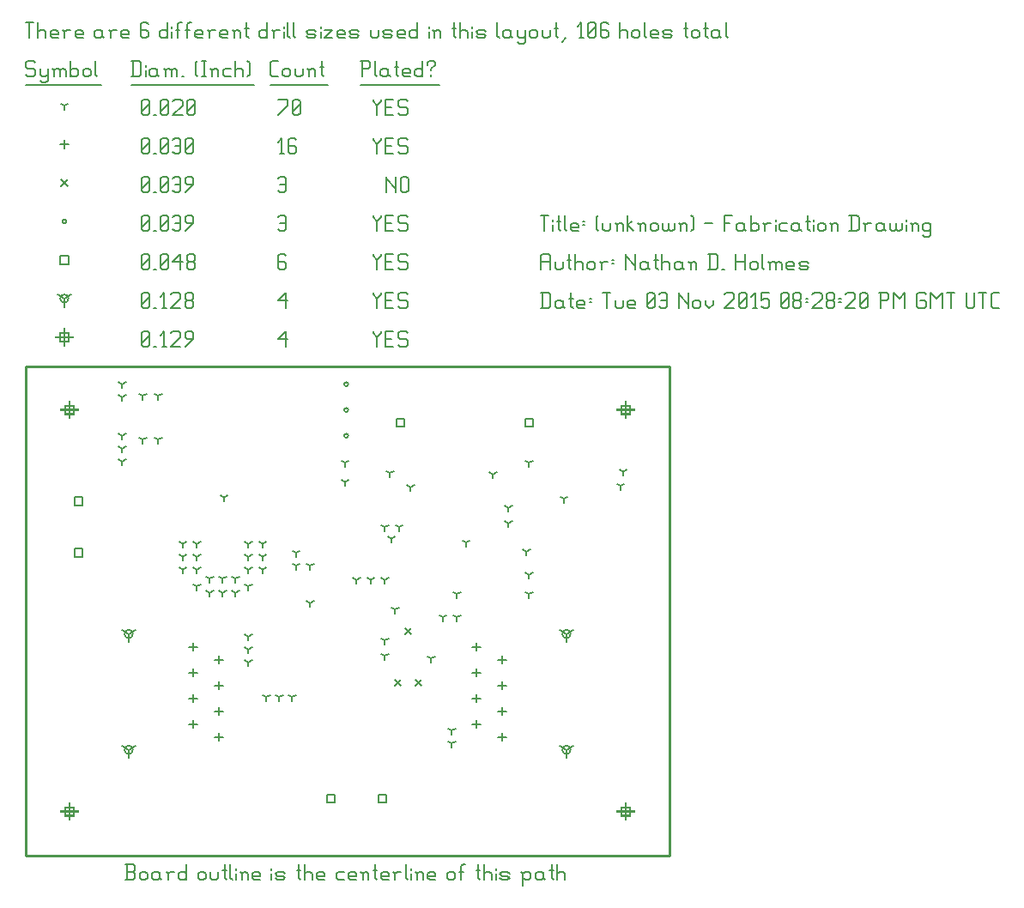
<source format=gbr>
G04 start of page 13 for group -3984 idx -3984 *
G04 Title: (unknown), fab *
G04 Creator: pcb 20140316 *
G04 CreationDate: Tue 03 Nov 2015 08:28:20 PM GMT UTC *
G04 For: ndholmes *
G04 Format: Gerber/RS-274X *
G04 PCB-Dimensions (mil): 2500.00 1900.00 *
G04 PCB-Coordinate-Origin: lower left *
%MOIN*%
%FSLAX25Y25*%
%LNFAB*%
%ADD104C,0.0100*%
%ADD103C,0.0060*%
%ADD102R,0.0080X0.0080*%
G54D102*X17000Y176200D02*Y169800D01*
X13800Y173000D02*X20200D01*
X15400Y174600D02*X18600D01*
X15400D02*Y171400D01*
X18600D01*
Y174600D02*Y171400D01*
X233000Y176200D02*Y169800D01*
X229800Y173000D02*X236200D01*
X231400Y174600D02*X234600D01*
X231400D02*Y171400D01*
X234600D01*
Y174600D02*Y171400D01*
X233000Y20200D02*Y13800D01*
X229800Y17000D02*X236200D01*
X231400Y18600D02*X234600D01*
X231400D02*Y15400D01*
X234600D01*
Y18600D02*Y15400D01*
X17000Y20200D02*Y13800D01*
X13800Y17000D02*X20200D01*
X15400Y18600D02*X18600D01*
X15400D02*Y15400D01*
X18600D01*
Y18600D02*Y15400D01*
X15000Y204450D02*Y198050D01*
X11800Y201250D02*X18200D01*
X13400Y202850D02*X16600D01*
X13400D02*Y199650D01*
X16600D01*
Y202850D02*Y199650D01*
G54D103*X135000Y203500D02*Y202750D01*
X136500Y201250D01*
X138000Y202750D01*
Y203500D02*Y202750D01*
X136500Y201250D02*Y197500D01*
X139800Y200500D02*X142050D01*
X139800Y197500D02*X142800D01*
X139800Y203500D02*Y197500D01*
Y203500D02*X142800D01*
X147600D02*X148350Y202750D01*
X145350Y203500D02*X147600D01*
X144600Y202750D02*X145350Y203500D01*
X144600Y202750D02*Y201250D01*
X145350Y200500D01*
X147600D01*
X148350Y199750D01*
Y198250D01*
X147600Y197500D02*X148350Y198250D01*
X145350Y197500D02*X147600D01*
X144600Y198250D02*X145350Y197500D01*
X98000Y200500D02*X101000Y203500D01*
X98000Y200500D02*X101750D01*
X101000Y203500D02*Y197500D01*
X45000Y198250D02*X45750Y197500D01*
X45000Y202750D02*Y198250D01*
Y202750D02*X45750Y203500D01*
X47250D01*
X48000Y202750D01*
Y198250D01*
X47250Y197500D02*X48000Y198250D01*
X45750Y197500D02*X47250D01*
X45000Y199000D02*X48000Y202000D01*
X49800Y197500D02*X50550D01*
X53100D02*X54600D01*
X53850Y203500D02*Y197500D01*
X52350Y202000D02*X53850Y203500D01*
X56400Y202750D02*X57150Y203500D01*
X59400D01*
X60150Y202750D01*
Y201250D01*
X56400Y197500D02*X60150Y201250D01*
X56400Y197500D02*X60150D01*
X61950D02*X64950Y200500D01*
Y202750D02*Y200500D01*
X64200Y203500D02*X64950Y202750D01*
X62700Y203500D02*X64200D01*
X61950Y202750D02*X62700Y203500D01*
X61950Y202750D02*Y201250D01*
X62700Y200500D01*
X64950D01*
X40000Y86000D02*Y82800D01*
Y86000D02*X42773Y87600D01*
X40000Y86000D02*X37227Y87600D01*
X38400Y86000D02*G75*G03X41600Y86000I1600J0D01*G01*
G75*G03X38400Y86000I-1600J0D01*G01*
X40000Y41000D02*Y37800D01*
Y41000D02*X42773Y42600D01*
X40000Y41000D02*X37227Y42600D01*
X38400Y41000D02*G75*G03X41600Y41000I1600J0D01*G01*
G75*G03X38400Y41000I-1600J0D01*G01*
X210000D02*Y37800D01*
Y41000D02*X212773Y42600D01*
X210000Y41000D02*X207227Y42600D01*
X208400Y41000D02*G75*G03X211600Y41000I1600J0D01*G01*
G75*G03X208400Y41000I-1600J0D01*G01*
X210000Y86000D02*Y82800D01*
Y86000D02*X212773Y87600D01*
X210000Y86000D02*X207227Y87600D01*
X208400Y86000D02*G75*G03X211600Y86000I1600J0D01*G01*
G75*G03X208400Y86000I-1600J0D01*G01*
X15000Y216250D02*Y213050D01*
Y216250D02*X17773Y217850D01*
X15000Y216250D02*X12227Y217850D01*
X13400Y216250D02*G75*G03X16600Y216250I1600J0D01*G01*
G75*G03X13400Y216250I-1600J0D01*G01*
X135000Y218500D02*Y217750D01*
X136500Y216250D01*
X138000Y217750D01*
Y218500D02*Y217750D01*
X136500Y216250D02*Y212500D01*
X139800Y215500D02*X142050D01*
X139800Y212500D02*X142800D01*
X139800Y218500D02*Y212500D01*
Y218500D02*X142800D01*
X147600D02*X148350Y217750D01*
X145350Y218500D02*X147600D01*
X144600Y217750D02*X145350Y218500D01*
X144600Y217750D02*Y216250D01*
X145350Y215500D01*
X147600D01*
X148350Y214750D01*
Y213250D01*
X147600Y212500D02*X148350Y213250D01*
X145350Y212500D02*X147600D01*
X144600Y213250D02*X145350Y212500D01*
X98000Y215500D02*X101000Y218500D01*
X98000Y215500D02*X101750D01*
X101000Y218500D02*Y212500D01*
X45000Y213250D02*X45750Y212500D01*
X45000Y217750D02*Y213250D01*
Y217750D02*X45750Y218500D01*
X47250D01*
X48000Y217750D01*
Y213250D01*
X47250Y212500D02*X48000Y213250D01*
X45750Y212500D02*X47250D01*
X45000Y214000D02*X48000Y217000D01*
X49800Y212500D02*X50550D01*
X53100D02*X54600D01*
X53850Y218500D02*Y212500D01*
X52350Y217000D02*X53850Y218500D01*
X56400Y217750D02*X57150Y218500D01*
X59400D01*
X60150Y217750D01*
Y216250D01*
X56400Y212500D02*X60150Y216250D01*
X56400Y212500D02*X60150D01*
X61950Y213250D02*X62700Y212500D01*
X61950Y214750D02*Y213250D01*
Y214750D02*X62700Y215500D01*
X64200D01*
X64950Y214750D01*
Y213250D01*
X64200Y212500D02*X64950Y213250D01*
X62700Y212500D02*X64200D01*
X61950Y216250D02*X62700Y215500D01*
X61950Y217750D02*Y216250D01*
Y217750D02*X62700Y218500D01*
X64200D01*
X64950Y217750D01*
Y216250D01*
X64200Y215500D02*X64950Y216250D01*
X116900Y23600D02*X120100D01*
X116900D02*Y20400D01*
X120100D01*
Y23600D02*Y20400D01*
X136900Y23600D02*X140100D01*
X136900D02*Y20400D01*
X140100D01*
Y23600D02*Y20400D01*
X143900Y169600D02*X147100D01*
X143900D02*Y166400D01*
X147100D01*
Y169600D02*Y166400D01*
X193900Y169600D02*X197100D01*
X193900D02*Y166400D01*
X197100D01*
Y169600D02*Y166400D01*
X18900Y139100D02*X22100D01*
X18900D02*Y135900D01*
X22100D01*
Y139100D02*Y135900D01*
X18900Y119100D02*X22100D01*
X18900D02*Y115900D01*
X22100D01*
Y119100D02*Y115900D01*
X13400Y232850D02*X16600D01*
X13400D02*Y229650D01*
X16600D01*
Y232850D02*Y229650D01*
X135000Y233500D02*Y232750D01*
X136500Y231250D01*
X138000Y232750D01*
Y233500D02*Y232750D01*
X136500Y231250D02*Y227500D01*
X139800Y230500D02*X142050D01*
X139800Y227500D02*X142800D01*
X139800Y233500D02*Y227500D01*
Y233500D02*X142800D01*
X147600D02*X148350Y232750D01*
X145350Y233500D02*X147600D01*
X144600Y232750D02*X145350Y233500D01*
X144600Y232750D02*Y231250D01*
X145350Y230500D01*
X147600D01*
X148350Y229750D01*
Y228250D01*
X147600Y227500D02*X148350Y228250D01*
X145350Y227500D02*X147600D01*
X144600Y228250D02*X145350Y227500D01*
X100250Y233500D02*X101000Y232750D01*
X98750Y233500D02*X100250D01*
X98000Y232750D02*X98750Y233500D01*
X98000Y232750D02*Y228250D01*
X98750Y227500D01*
X100250Y230500D02*X101000Y229750D01*
X98000Y230500D02*X100250D01*
X98750Y227500D02*X100250D01*
X101000Y228250D01*
Y229750D02*Y228250D01*
X45000D02*X45750Y227500D01*
X45000Y232750D02*Y228250D01*
Y232750D02*X45750Y233500D01*
X47250D01*
X48000Y232750D01*
Y228250D01*
X47250Y227500D02*X48000Y228250D01*
X45750Y227500D02*X47250D01*
X45000Y229000D02*X48000Y232000D01*
X49800Y227500D02*X50550D01*
X52350Y228250D02*X53100Y227500D01*
X52350Y232750D02*Y228250D01*
Y232750D02*X53100Y233500D01*
X54600D01*
X55350Y232750D01*
Y228250D01*
X54600Y227500D02*X55350Y228250D01*
X53100Y227500D02*X54600D01*
X52350Y229000D02*X55350Y232000D01*
X57150Y230500D02*X60150Y233500D01*
X57150Y230500D02*X60900D01*
X60150Y233500D02*Y227500D01*
X62700Y228250D02*X63450Y227500D01*
X62700Y229750D02*Y228250D01*
Y229750D02*X63450Y230500D01*
X64950D01*
X65700Y229750D01*
Y228250D01*
X64950Y227500D02*X65700Y228250D01*
X63450Y227500D02*X64950D01*
X62700Y231250D02*X63450Y230500D01*
X62700Y232750D02*Y231250D01*
Y232750D02*X63450Y233500D01*
X64950D01*
X65700Y232750D01*
Y231250D01*
X64950Y230500D02*X65700Y231250D01*
X147300Y88200D02*X149700Y85800D01*
X147300D02*X149700Y88200D01*
X151300Y68200D02*X153700Y65800D01*
X151300D02*X153700Y68200D01*
X143300D02*X145700Y65800D01*
X143300D02*X145700Y68200D01*
X123700Y183000D02*G75*G03X125300Y183000I800J0D01*G01*
G75*G03X123700Y183000I-800J0D01*G01*
Y173000D02*G75*G03X125300Y173000I800J0D01*G01*
G75*G03X123700Y173000I-800J0D01*G01*
Y163000D02*G75*G03X125300Y163000I800J0D01*G01*
G75*G03X123700Y163000I-800J0D01*G01*
X14200Y246250D02*G75*G03X15800Y246250I800J0D01*G01*
G75*G03X14200Y246250I-800J0D01*G01*
X135000Y248500D02*Y247750D01*
X136500Y246250D01*
X138000Y247750D01*
Y248500D02*Y247750D01*
X136500Y246250D02*Y242500D01*
X139800Y245500D02*X142050D01*
X139800Y242500D02*X142800D01*
X139800Y248500D02*Y242500D01*
Y248500D02*X142800D01*
X147600D02*X148350Y247750D01*
X145350Y248500D02*X147600D01*
X144600Y247750D02*X145350Y248500D01*
X144600Y247750D02*Y246250D01*
X145350Y245500D01*
X147600D01*
X148350Y244750D01*
Y243250D01*
X147600Y242500D02*X148350Y243250D01*
X145350Y242500D02*X147600D01*
X144600Y243250D02*X145350Y242500D01*
X98000Y247750D02*X98750Y248500D01*
X100250D01*
X101000Y247750D01*
Y243250D01*
X100250Y242500D02*X101000Y243250D01*
X98750Y242500D02*X100250D01*
X98000Y243250D02*X98750Y242500D01*
Y245500D02*X101000D01*
X13800Y262450D02*X16200Y260050D01*
X13800D02*X16200Y262450D01*
X140000Y263500D02*Y257500D01*
Y263500D02*Y262750D01*
X143750Y259000D01*
Y263500D02*Y257500D01*
X145550Y262750D02*Y258250D01*
Y262750D02*X146300Y263500D01*
X147800D01*
X148550Y262750D01*
Y258250D01*
X147800Y257500D02*X148550Y258250D01*
X146300Y257500D02*X147800D01*
X145550Y258250D02*X146300Y257500D01*
X98000Y262750D02*X98750Y263500D01*
X100250D01*
X101000Y262750D01*
Y258250D01*
X100250Y257500D02*X101000Y258250D01*
X98750Y257500D02*X100250D01*
X98000Y258250D02*X98750Y257500D01*
Y260500D02*X101000D01*
X45000Y258250D02*X45750Y257500D01*
X45000Y262750D02*Y258250D01*
Y262750D02*X45750Y263500D01*
X47250D01*
X48000Y262750D01*
Y258250D01*
X47250Y257500D02*X48000Y258250D01*
X45750Y257500D02*X47250D01*
X45000Y259000D02*X48000Y262000D01*
X49800Y257500D02*X50550D01*
X52350Y258250D02*X53100Y257500D01*
X52350Y262750D02*Y258250D01*
Y262750D02*X53100Y263500D01*
X54600D01*
X55350Y262750D01*
Y258250D01*
X54600Y257500D02*X55350Y258250D01*
X53100Y257500D02*X54600D01*
X52350Y259000D02*X55350Y262000D01*
X57150Y262750D02*X57900Y263500D01*
X59400D01*
X60150Y262750D01*
Y258250D01*
X59400Y257500D02*X60150Y258250D01*
X57900Y257500D02*X59400D01*
X57150Y258250D02*X57900Y257500D01*
Y260500D02*X60150D01*
X61950Y257500D02*X64950Y260500D01*
Y262750D02*Y260500D01*
X64200Y263500D02*X64950Y262750D01*
X62700Y263500D02*X64200D01*
X61950Y262750D02*X62700Y263500D01*
X61950Y262750D02*Y261250D01*
X62700Y260500D01*
X64950D01*
X45000Y243250D02*X45750Y242500D01*
X45000Y247750D02*Y243250D01*
Y247750D02*X45750Y248500D01*
X47250D01*
X48000Y247750D01*
Y243250D01*
X47250Y242500D02*X48000Y243250D01*
X45750Y242500D02*X47250D01*
X45000Y244000D02*X48000Y247000D01*
X49800Y242500D02*X50550D01*
X52350Y243250D02*X53100Y242500D01*
X52350Y247750D02*Y243250D01*
Y247750D02*X53100Y248500D01*
X54600D01*
X55350Y247750D01*
Y243250D01*
X54600Y242500D02*X55350Y243250D01*
X53100Y242500D02*X54600D01*
X52350Y244000D02*X55350Y247000D01*
X57150Y247750D02*X57900Y248500D01*
X59400D01*
X60150Y247750D01*
Y243250D01*
X59400Y242500D02*X60150Y243250D01*
X57900Y242500D02*X59400D01*
X57150Y243250D02*X57900Y242500D01*
Y245500D02*X60150D01*
X61950Y242500D02*X64950Y245500D01*
Y247750D02*Y245500D01*
X64200Y248500D02*X64950Y247750D01*
X62700Y248500D02*X64200D01*
X61950Y247750D02*X62700Y248500D01*
X61950Y247750D02*Y246250D01*
X62700Y245500D01*
X64950D01*
X65000Y82600D02*Y79400D01*
X63400Y81000D02*X66600D01*
X75000Y77600D02*Y74400D01*
X73400Y76000D02*X76600D01*
X65000Y72600D02*Y69400D01*
X63400Y71000D02*X66600D01*
X75000Y67600D02*Y64400D01*
X73400Y66000D02*X76600D01*
X65000Y62600D02*Y59400D01*
X63400Y61000D02*X66600D01*
X75000Y57600D02*Y54400D01*
X73400Y56000D02*X76600D01*
X65000Y52600D02*Y49400D01*
X63400Y51000D02*X66600D01*
X75000Y47600D02*Y44400D01*
X73400Y46000D02*X76600D01*
X185000Y47600D02*Y44400D01*
X183400Y46000D02*X186600D01*
X175000Y52600D02*Y49400D01*
X173400Y51000D02*X176600D01*
X185000Y57600D02*Y54400D01*
X183400Y56000D02*X186600D01*
X175000Y62600D02*Y59400D01*
X173400Y61000D02*X176600D01*
X185000Y67600D02*Y64400D01*
X183400Y66000D02*X186600D01*
X175000Y72600D02*Y69400D01*
X173400Y71000D02*X176600D01*
X185000Y77600D02*Y74400D01*
X183400Y76000D02*X186600D01*
X175000Y82600D02*Y79400D01*
X173400Y81000D02*X176600D01*
X15000Y277850D02*Y274650D01*
X13400Y276250D02*X16600D01*
X135000Y278500D02*Y277750D01*
X136500Y276250D01*
X138000Y277750D01*
Y278500D02*Y277750D01*
X136500Y276250D02*Y272500D01*
X139800Y275500D02*X142050D01*
X139800Y272500D02*X142800D01*
X139800Y278500D02*Y272500D01*
Y278500D02*X142800D01*
X147600D02*X148350Y277750D01*
X145350Y278500D02*X147600D01*
X144600Y277750D02*X145350Y278500D01*
X144600Y277750D02*Y276250D01*
X145350Y275500D01*
X147600D01*
X148350Y274750D01*
Y273250D01*
X147600Y272500D02*X148350Y273250D01*
X145350Y272500D02*X147600D01*
X144600Y273250D02*X145350Y272500D01*
X98750D02*X100250D01*
X99500Y278500D02*Y272500D01*
X98000Y277000D02*X99500Y278500D01*
X104300D02*X105050Y277750D01*
X102800Y278500D02*X104300D01*
X102050Y277750D02*X102800Y278500D01*
X102050Y277750D02*Y273250D01*
X102800Y272500D01*
X104300Y275500D02*X105050Y274750D01*
X102050Y275500D02*X104300D01*
X102800Y272500D02*X104300D01*
X105050Y273250D01*
Y274750D02*Y273250D01*
X45000D02*X45750Y272500D01*
X45000Y277750D02*Y273250D01*
Y277750D02*X45750Y278500D01*
X47250D01*
X48000Y277750D01*
Y273250D01*
X47250Y272500D02*X48000Y273250D01*
X45750Y272500D02*X47250D01*
X45000Y274000D02*X48000Y277000D01*
X49800Y272500D02*X50550D01*
X52350Y273250D02*X53100Y272500D01*
X52350Y277750D02*Y273250D01*
Y277750D02*X53100Y278500D01*
X54600D01*
X55350Y277750D01*
Y273250D01*
X54600Y272500D02*X55350Y273250D01*
X53100Y272500D02*X54600D01*
X52350Y274000D02*X55350Y277000D01*
X57150Y277750D02*X57900Y278500D01*
X59400D01*
X60150Y277750D01*
Y273250D01*
X59400Y272500D02*X60150Y273250D01*
X57900Y272500D02*X59400D01*
X57150Y273250D02*X57900Y272500D01*
Y275500D02*X60150D01*
X61950Y273250D02*X62700Y272500D01*
X61950Y277750D02*Y273250D01*
Y277750D02*X62700Y278500D01*
X64200D01*
X64950Y277750D01*
Y273250D01*
X64200Y272500D02*X64950Y273250D01*
X62700Y272500D02*X64200D01*
X61950Y274000D02*X64950Y277000D01*
X195500Y101500D02*Y99900D01*
Y101500D02*X196887Y102300D01*
X195500Y101500D02*X194113Y102300D01*
X187500Y129000D02*Y127400D01*
Y129000D02*X188887Y129800D01*
X187500Y129000D02*X186113Y129800D01*
X187500Y135000D02*Y133400D01*
Y135000D02*X188887Y135800D01*
X187500Y135000D02*X186113Y135800D01*
X86500Y80000D02*Y78400D01*
Y80000D02*X87887Y80800D01*
X86500Y80000D02*X85113Y80800D01*
X86500Y85000D02*Y83400D01*
Y85000D02*X87887Y85800D01*
X86500Y85000D02*X85113Y85800D01*
X171000Y121500D02*Y119900D01*
Y121500D02*X172387Y122300D01*
X171000Y121500D02*X169613Y122300D01*
X145000Y127500D02*Y125900D01*
Y127500D02*X146387Y128300D01*
X145000Y127500D02*X143613Y128300D01*
X105000Y117500D02*Y115900D01*
Y117500D02*X106387Y118300D01*
X105000Y117500D02*X103613Y118300D01*
X149500Y143000D02*Y141400D01*
Y143000D02*X150887Y143800D01*
X149500Y143000D02*X148113Y143800D01*
X124000Y152500D02*Y150900D01*
Y152500D02*X125387Y153300D01*
X124000Y152500D02*X122613Y153300D01*
X139500Y127500D02*Y125900D01*
Y127500D02*X140887Y128300D01*
X139500Y127500D02*X138113Y128300D01*
X142000Y123000D02*Y121400D01*
Y123000D02*X143387Y123800D01*
X142000Y123000D02*X140613Y123800D01*
X209000Y138500D02*Y136900D01*
Y138500D02*X210387Y139300D01*
X209000Y138500D02*X207613Y139300D01*
X195500Y109000D02*Y107400D01*
Y109000D02*X196887Y109800D01*
X195500Y109000D02*X194113Y109800D01*
X45500Y178500D02*Y176900D01*
Y178500D02*X46887Y179300D01*
X45500Y178500D02*X44113Y179300D01*
X51500Y178500D02*Y176900D01*
Y178500D02*X52887Y179300D01*
X51500Y178500D02*X50113Y179300D01*
X45500Y161500D02*Y159900D01*
Y161500D02*X46887Y162300D01*
X45500Y161500D02*X44113Y162300D01*
X51500Y161500D02*Y159900D01*
Y161500D02*X52887Y162300D01*
X51500Y161500D02*X50113Y162300D01*
X66500Y121000D02*Y119400D01*
Y121000D02*X67887Y121800D01*
X66500Y121000D02*X65113Y121800D01*
X66500Y116000D02*Y114400D01*
Y116000D02*X67887Y116800D01*
X66500Y116000D02*X65113Y116800D01*
X66500Y111000D02*Y109400D01*
Y111000D02*X67887Y111800D01*
X66500Y111000D02*X65113Y111800D01*
X86500Y111000D02*Y109400D01*
Y111000D02*X87887Y111800D01*
X86500Y111000D02*X85113Y111800D01*
X86500Y116000D02*Y114400D01*
Y116000D02*X87887Y116800D01*
X86500Y116000D02*X85113Y116800D01*
X86500Y121000D02*Y119400D01*
Y121000D02*X87887Y121800D01*
X86500Y121000D02*X85113Y121800D01*
X71500Y107500D02*Y105900D01*
Y107500D02*X72887Y108300D01*
X71500Y107500D02*X70113Y108300D01*
X76500Y107500D02*Y105900D01*
Y107500D02*X77887Y108300D01*
X76500Y107500D02*X75113Y108300D01*
X81500Y107500D02*Y105900D01*
Y107500D02*X82887Y108300D01*
X81500Y107500D02*X80113Y108300D01*
X105000Y112500D02*Y110900D01*
Y112500D02*X106387Y113300D01*
X105000Y112500D02*X103613Y113300D01*
X165500Y43500D02*Y41900D01*
Y43500D02*X166887Y44300D01*
X165500Y43500D02*X164113Y44300D01*
X165500Y48500D02*Y46900D01*
Y48500D02*X166887Y49300D01*
X165500Y48500D02*X164113Y49300D01*
X86500Y75000D02*Y73400D01*
Y75000D02*X87887Y75800D01*
X86500Y75000D02*X85113Y75800D01*
X93500Y61500D02*Y59900D01*
Y61500D02*X94887Y62300D01*
X93500Y61500D02*X92113Y62300D01*
X103500Y61500D02*Y59900D01*
Y61500D02*X104887Y62300D01*
X103500Y61500D02*X102113Y62300D01*
X98500Y61500D02*Y59900D01*
Y61500D02*X99887Y62300D01*
X98500Y61500D02*X97113Y62300D01*
X110500Y112500D02*Y110900D01*
Y112500D02*X111887Y113300D01*
X110500Y112500D02*X109113Y113300D01*
X110500Y98000D02*Y96400D01*
Y98000D02*X111887Y98800D01*
X110500Y98000D02*X109113Y98800D01*
X181500Y148000D02*Y146400D01*
Y148000D02*X182887Y148800D01*
X181500Y148000D02*X180113Y148800D01*
X157500Y76500D02*Y74900D01*
Y76500D02*X158887Y77300D01*
X157500Y76500D02*X156113Y77300D01*
X139500Y107000D02*Y105400D01*
Y107000D02*X140887Y107800D01*
X139500Y107000D02*X138113Y107800D01*
X134000Y107000D02*Y105400D01*
Y107000D02*X135387Y107800D01*
X134000Y107000D02*X132613Y107800D01*
X128500Y107000D02*Y105400D01*
Y107000D02*X129887Y107800D01*
X128500Y107000D02*X127113Y107800D01*
X139500Y77500D02*Y75900D01*
Y77500D02*X140887Y78300D01*
X139500Y77500D02*X138113Y78300D01*
X139500Y83500D02*Y81900D01*
Y83500D02*X140887Y84300D01*
X139500Y83500D02*X138113Y84300D01*
X143500Y95500D02*Y93900D01*
Y95500D02*X144887Y96300D01*
X143500Y95500D02*X142113Y96300D01*
X195500Y152500D02*Y150900D01*
Y152500D02*X196887Y153300D01*
X195500Y152500D02*X194113Y153300D01*
X141500Y148500D02*Y146900D01*
Y148500D02*X142887Y149300D01*
X141500Y148500D02*X140113Y149300D01*
X124000Y145000D02*Y143400D01*
Y145000D02*X125387Y145800D01*
X124000Y145000D02*X122613Y145800D01*
X232000Y149000D02*Y147400D01*
Y149000D02*X233387Y149800D01*
X232000Y149000D02*X230613Y149800D01*
X194500Y118000D02*Y116400D01*
Y118000D02*X195887Y118800D01*
X194500Y118000D02*X193113Y118800D01*
X162000Y92500D02*Y90900D01*
Y92500D02*X163387Y93300D01*
X162000Y92500D02*X160613Y93300D01*
X167500Y92500D02*Y90900D01*
Y92500D02*X168887Y93300D01*
X167500Y92500D02*X166113Y93300D01*
X167500Y101500D02*Y99900D01*
Y101500D02*X168887Y102300D01*
X167500Y101500D02*X166113Y102300D01*
X231000Y143500D02*Y141900D01*
Y143500D02*X232387Y144300D01*
X231000Y143500D02*X229613Y144300D01*
X71500Y102000D02*Y100400D01*
Y102000D02*X72887Y102800D01*
X71500Y102000D02*X70113Y102800D01*
X76500Y102000D02*Y100400D01*
Y102000D02*X77887Y102800D01*
X76500Y102000D02*X75113Y102800D01*
X81500Y102000D02*Y100400D01*
Y102000D02*X82887Y102800D01*
X81500Y102000D02*X80113Y102800D01*
X66500Y104500D02*Y102900D01*
Y104500D02*X67887Y105300D01*
X66500Y104500D02*X65113Y105300D01*
X86500Y104500D02*Y102900D01*
Y104500D02*X87887Y105300D01*
X86500Y104500D02*X85113Y105300D01*
X61000Y121000D02*Y119400D01*
Y121000D02*X62387Y121800D01*
X61000Y121000D02*X59613Y121800D01*
X61000Y116000D02*Y114400D01*
Y116000D02*X62387Y116800D01*
X61000Y116000D02*X59613Y116800D01*
X61000Y111000D02*Y109400D01*
Y111000D02*X62387Y111800D01*
X61000Y111000D02*X59613Y111800D01*
X92000Y111000D02*Y109400D01*
Y111000D02*X93387Y111800D01*
X92000Y111000D02*X90613Y111800D01*
X92000Y116000D02*Y114400D01*
Y116000D02*X93387Y116800D01*
X92000Y116000D02*X90613Y116800D01*
X92000Y121000D02*Y119400D01*
Y121000D02*X93387Y121800D01*
X92000Y121000D02*X90613Y121800D01*
X37500Y163000D02*Y161400D01*
Y163000D02*X38887Y163800D01*
X37500Y163000D02*X36113Y163800D01*
X37500Y158000D02*Y156400D01*
Y158000D02*X38887Y158800D01*
X37500Y158000D02*X36113Y158800D01*
X37500Y153000D02*Y151400D01*
Y153000D02*X38887Y153800D01*
X37500Y153000D02*X36113Y153800D01*
X37500Y183000D02*Y181400D01*
Y183000D02*X38887Y183800D01*
X37500Y183000D02*X36113Y183800D01*
X37500Y178000D02*Y176400D01*
Y178000D02*X38887Y178800D01*
X37500Y178000D02*X36113Y178800D01*
X77000Y139000D02*Y137400D01*
Y139000D02*X78387Y139800D01*
X77000Y139000D02*X75613Y139800D01*
X15000Y291250D02*Y289650D01*
Y291250D02*X16387Y292050D01*
X15000Y291250D02*X13613Y292050D01*
X135000Y293500D02*Y292750D01*
X136500Y291250D01*
X138000Y292750D01*
Y293500D02*Y292750D01*
X136500Y291250D02*Y287500D01*
X139800Y290500D02*X142050D01*
X139800Y287500D02*X142800D01*
X139800Y293500D02*Y287500D01*
Y293500D02*X142800D01*
X147600D02*X148350Y292750D01*
X145350Y293500D02*X147600D01*
X144600Y292750D02*X145350Y293500D01*
X144600Y292750D02*Y291250D01*
X145350Y290500D01*
X147600D01*
X148350Y289750D01*
Y288250D01*
X147600Y287500D02*X148350Y288250D01*
X145350Y287500D02*X147600D01*
X144600Y288250D02*X145350Y287500D01*
X98000D02*X101750Y291250D01*
Y293500D02*Y291250D01*
X98000Y293500D02*X101750D01*
X103550Y288250D02*X104300Y287500D01*
X103550Y292750D02*Y288250D01*
Y292750D02*X104300Y293500D01*
X105800D01*
X106550Y292750D01*
Y288250D01*
X105800Y287500D02*X106550Y288250D01*
X104300Y287500D02*X105800D01*
X103550Y289000D02*X106550Y292000D01*
X45000Y288250D02*X45750Y287500D01*
X45000Y292750D02*Y288250D01*
Y292750D02*X45750Y293500D01*
X47250D01*
X48000Y292750D01*
Y288250D01*
X47250Y287500D02*X48000Y288250D01*
X45750Y287500D02*X47250D01*
X45000Y289000D02*X48000Y292000D01*
X49800Y287500D02*X50550D01*
X52350Y288250D02*X53100Y287500D01*
X52350Y292750D02*Y288250D01*
Y292750D02*X53100Y293500D01*
X54600D01*
X55350Y292750D01*
Y288250D01*
X54600Y287500D02*X55350Y288250D01*
X53100Y287500D02*X54600D01*
X52350Y289000D02*X55350Y292000D01*
X57150Y292750D02*X57900Y293500D01*
X60150D01*
X60900Y292750D01*
Y291250D01*
X57150Y287500D02*X60900Y291250D01*
X57150Y287500D02*X60900D01*
X62700Y288250D02*X63450Y287500D01*
X62700Y292750D02*Y288250D01*
Y292750D02*X63450Y293500D01*
X64950D01*
X65700Y292750D01*
Y288250D01*
X64950Y287500D02*X65700Y288250D01*
X63450Y287500D02*X64950D01*
X62700Y289000D02*X65700Y292000D01*
X3000Y308500D02*X3750Y307750D01*
X750Y308500D02*X3000D01*
X0Y307750D02*X750Y308500D01*
X0Y307750D02*Y306250D01*
X750Y305500D01*
X3000D01*
X3750Y304750D01*
Y303250D01*
X3000Y302500D02*X3750Y303250D01*
X750Y302500D02*X3000D01*
X0Y303250D02*X750Y302500D01*
X5550Y305500D02*Y303250D01*
X6300Y302500D01*
X8550Y305500D02*Y301000D01*
X7800Y300250D02*X8550Y301000D01*
X6300Y300250D02*X7800D01*
X5550Y301000D02*X6300Y300250D01*
Y302500D02*X7800D01*
X8550Y303250D01*
X11100Y304750D02*Y302500D01*
Y304750D02*X11850Y305500D01*
X12600D01*
X13350Y304750D01*
Y302500D01*
Y304750D02*X14100Y305500D01*
X14850D01*
X15600Y304750D01*
Y302500D01*
X10350Y305500D02*X11100Y304750D01*
X17400Y308500D02*Y302500D01*
Y303250D02*X18150Y302500D01*
X19650D01*
X20400Y303250D01*
Y304750D02*Y303250D01*
X19650Y305500D02*X20400Y304750D01*
X18150Y305500D02*X19650D01*
X17400Y304750D02*X18150Y305500D01*
X22200Y304750D02*Y303250D01*
Y304750D02*X22950Y305500D01*
X24450D01*
X25200Y304750D01*
Y303250D01*
X24450Y302500D02*X25200Y303250D01*
X22950Y302500D02*X24450D01*
X22200Y303250D02*X22950Y302500D01*
X27000Y308500D02*Y303250D01*
X27750Y302500D01*
X0Y299250D02*X29250D01*
X41750Y308500D02*Y302500D01*
X44000Y308500D02*X44750Y307750D01*
Y303250D01*
X44000Y302500D02*X44750Y303250D01*
X41000Y302500D02*X44000D01*
X41000Y308500D02*X44000D01*
X46550Y307000D02*Y306250D01*
Y304750D02*Y302500D01*
X50300Y305500D02*X51050Y304750D01*
X48800Y305500D02*X50300D01*
X48050Y304750D02*X48800Y305500D01*
X48050Y304750D02*Y303250D01*
X48800Y302500D01*
X51050Y305500D02*Y303250D01*
X51800Y302500D01*
X48800D02*X50300D01*
X51050Y303250D01*
X54350Y304750D02*Y302500D01*
Y304750D02*X55100Y305500D01*
X55850D01*
X56600Y304750D01*
Y302500D01*
Y304750D02*X57350Y305500D01*
X58100D01*
X58850Y304750D01*
Y302500D01*
X53600Y305500D02*X54350Y304750D01*
X60650Y302500D02*X61400D01*
X65900Y303250D02*X66650Y302500D01*
X65900Y307750D02*X66650Y308500D01*
X65900Y307750D02*Y303250D01*
X68450Y308500D02*X69950D01*
X69200D02*Y302500D01*
X68450D02*X69950D01*
X72500Y304750D02*Y302500D01*
Y304750D02*X73250Y305500D01*
X74000D01*
X74750Y304750D01*
Y302500D01*
X71750Y305500D02*X72500Y304750D01*
X77300Y305500D02*X79550D01*
X76550Y304750D02*X77300Y305500D01*
X76550Y304750D02*Y303250D01*
X77300Y302500D01*
X79550D01*
X81350Y308500D02*Y302500D01*
Y304750D02*X82100Y305500D01*
X83600D01*
X84350Y304750D01*
Y302500D01*
X86150Y308500D02*X86900Y307750D01*
Y303250D01*
X86150Y302500D02*X86900Y303250D01*
X41000Y299250D02*X88700D01*
X95750Y302500D02*X98000D01*
X95000Y303250D02*X95750Y302500D01*
X95000Y307750D02*Y303250D01*
Y307750D02*X95750Y308500D01*
X98000D01*
X99800Y304750D02*Y303250D01*
Y304750D02*X100550Y305500D01*
X102050D01*
X102800Y304750D01*
Y303250D01*
X102050Y302500D02*X102800Y303250D01*
X100550Y302500D02*X102050D01*
X99800Y303250D02*X100550Y302500D01*
X104600Y305500D02*Y303250D01*
X105350Y302500D01*
X106850D01*
X107600Y303250D01*
Y305500D02*Y303250D01*
X110150Y304750D02*Y302500D01*
Y304750D02*X110900Y305500D01*
X111650D01*
X112400Y304750D01*
Y302500D01*
X109400Y305500D02*X110150Y304750D01*
X114950Y308500D02*Y303250D01*
X115700Y302500D01*
X114200Y306250D02*X115700D01*
X95000Y299250D02*X117200D01*
X130750Y308500D02*Y302500D01*
X130000Y308500D02*X133000D01*
X133750Y307750D01*
Y306250D01*
X133000Y305500D02*X133750Y306250D01*
X130750Y305500D02*X133000D01*
X135550Y308500D02*Y303250D01*
X136300Y302500D01*
X140050Y305500D02*X140800Y304750D01*
X138550Y305500D02*X140050D01*
X137800Y304750D02*X138550Y305500D01*
X137800Y304750D02*Y303250D01*
X138550Y302500D01*
X140800Y305500D02*Y303250D01*
X141550Y302500D01*
X138550D02*X140050D01*
X140800Y303250D01*
X144100Y308500D02*Y303250D01*
X144850Y302500D01*
X143350Y306250D02*X144850D01*
X147100Y302500D02*X149350D01*
X146350Y303250D02*X147100Y302500D01*
X146350Y304750D02*Y303250D01*
Y304750D02*X147100Y305500D01*
X148600D01*
X149350Y304750D01*
X146350Y304000D02*X149350D01*
Y304750D02*Y304000D01*
X154150Y308500D02*Y302500D01*
X153400D02*X154150Y303250D01*
X151900Y302500D02*X153400D01*
X151150Y303250D02*X151900Y302500D01*
X151150Y304750D02*Y303250D01*
Y304750D02*X151900Y305500D01*
X153400D01*
X154150Y304750D01*
X157450Y305500D02*Y304750D01*
Y303250D02*Y302500D01*
X155950Y307750D02*Y307000D01*
Y307750D02*X156700Y308500D01*
X158200D01*
X158950Y307750D01*
Y307000D01*
X157450Y305500D02*X158950Y307000D01*
X130000Y299250D02*X160750D01*
X0Y323500D02*X3000D01*
X1500D02*Y317500D01*
X4800Y323500D02*Y317500D01*
Y319750D02*X5550Y320500D01*
X7050D01*
X7800Y319750D01*
Y317500D01*
X10350D02*X12600D01*
X9600Y318250D02*X10350Y317500D01*
X9600Y319750D02*Y318250D01*
Y319750D02*X10350Y320500D01*
X11850D01*
X12600Y319750D01*
X9600Y319000D02*X12600D01*
Y319750D02*Y319000D01*
X15150Y319750D02*Y317500D01*
Y319750D02*X15900Y320500D01*
X17400D01*
X14400D02*X15150Y319750D01*
X19950Y317500D02*X22200D01*
X19200Y318250D02*X19950Y317500D01*
X19200Y319750D02*Y318250D01*
Y319750D02*X19950Y320500D01*
X21450D01*
X22200Y319750D01*
X19200Y319000D02*X22200D01*
Y319750D02*Y319000D01*
X28950Y320500D02*X29700Y319750D01*
X27450Y320500D02*X28950D01*
X26700Y319750D02*X27450Y320500D01*
X26700Y319750D02*Y318250D01*
X27450Y317500D01*
X29700Y320500D02*Y318250D01*
X30450Y317500D01*
X27450D02*X28950D01*
X29700Y318250D01*
X33000Y319750D02*Y317500D01*
Y319750D02*X33750Y320500D01*
X35250D01*
X32250D02*X33000Y319750D01*
X37800Y317500D02*X40050D01*
X37050Y318250D02*X37800Y317500D01*
X37050Y319750D02*Y318250D01*
Y319750D02*X37800Y320500D01*
X39300D01*
X40050Y319750D01*
X37050Y319000D02*X40050D01*
Y319750D02*Y319000D01*
X46800Y323500D02*X47550Y322750D01*
X45300Y323500D02*X46800D01*
X44550Y322750D02*X45300Y323500D01*
X44550Y322750D02*Y318250D01*
X45300Y317500D01*
X46800Y320500D02*X47550Y319750D01*
X44550Y320500D02*X46800D01*
X45300Y317500D02*X46800D01*
X47550Y318250D01*
Y319750D02*Y318250D01*
X55050Y323500D02*Y317500D01*
X54300D02*X55050Y318250D01*
X52800Y317500D02*X54300D01*
X52050Y318250D02*X52800Y317500D01*
X52050Y319750D02*Y318250D01*
Y319750D02*X52800Y320500D01*
X54300D01*
X55050Y319750D01*
X56850Y322000D02*Y321250D01*
Y319750D02*Y317500D01*
X59100Y322750D02*Y317500D01*
Y322750D02*X59850Y323500D01*
X60600D01*
X58350Y320500D02*X59850D01*
X62850Y322750D02*Y317500D01*
Y322750D02*X63600Y323500D01*
X64350D01*
X62100Y320500D02*X63600D01*
X66600Y317500D02*X68850D01*
X65850Y318250D02*X66600Y317500D01*
X65850Y319750D02*Y318250D01*
Y319750D02*X66600Y320500D01*
X68100D01*
X68850Y319750D01*
X65850Y319000D02*X68850D01*
Y319750D02*Y319000D01*
X71400Y319750D02*Y317500D01*
Y319750D02*X72150Y320500D01*
X73650D01*
X70650D02*X71400Y319750D01*
X76200Y317500D02*X78450D01*
X75450Y318250D02*X76200Y317500D01*
X75450Y319750D02*Y318250D01*
Y319750D02*X76200Y320500D01*
X77700D01*
X78450Y319750D01*
X75450Y319000D02*X78450D01*
Y319750D02*Y319000D01*
X81000Y319750D02*Y317500D01*
Y319750D02*X81750Y320500D01*
X82500D01*
X83250Y319750D01*
Y317500D01*
X80250Y320500D02*X81000Y319750D01*
X85800Y323500D02*Y318250D01*
X86550Y317500D01*
X85050Y321250D02*X86550D01*
X93750Y323500D02*Y317500D01*
X93000D02*X93750Y318250D01*
X91500Y317500D02*X93000D01*
X90750Y318250D02*X91500Y317500D01*
X90750Y319750D02*Y318250D01*
Y319750D02*X91500Y320500D01*
X93000D01*
X93750Y319750D01*
X96300D02*Y317500D01*
Y319750D02*X97050Y320500D01*
X98550D01*
X95550D02*X96300Y319750D01*
X100350Y322000D02*Y321250D01*
Y319750D02*Y317500D01*
X101850Y323500D02*Y318250D01*
X102600Y317500D01*
X104100Y323500D02*Y318250D01*
X104850Y317500D01*
X109800D02*X112050D01*
X112800Y318250D01*
X112050Y319000D02*X112800Y318250D01*
X109800Y319000D02*X112050D01*
X109050Y319750D02*X109800Y319000D01*
X109050Y319750D02*X109800Y320500D01*
X112050D01*
X112800Y319750D01*
X109050Y318250D02*X109800Y317500D01*
X114600Y322000D02*Y321250D01*
Y319750D02*Y317500D01*
X116100Y320500D02*X119100D01*
X116100Y317500D02*X119100Y320500D01*
X116100Y317500D02*X119100D01*
X121650D02*X123900D01*
X120900Y318250D02*X121650Y317500D01*
X120900Y319750D02*Y318250D01*
Y319750D02*X121650Y320500D01*
X123150D01*
X123900Y319750D01*
X120900Y319000D02*X123900D01*
Y319750D02*Y319000D01*
X126450Y317500D02*X128700D01*
X129450Y318250D01*
X128700Y319000D02*X129450Y318250D01*
X126450Y319000D02*X128700D01*
X125700Y319750D02*X126450Y319000D01*
X125700Y319750D02*X126450Y320500D01*
X128700D01*
X129450Y319750D01*
X125700Y318250D02*X126450Y317500D01*
X133950Y320500D02*Y318250D01*
X134700Y317500D01*
X136200D01*
X136950Y318250D01*
Y320500D02*Y318250D01*
X139500Y317500D02*X141750D01*
X142500Y318250D01*
X141750Y319000D02*X142500Y318250D01*
X139500Y319000D02*X141750D01*
X138750Y319750D02*X139500Y319000D01*
X138750Y319750D02*X139500Y320500D01*
X141750D01*
X142500Y319750D01*
X138750Y318250D02*X139500Y317500D01*
X145050D02*X147300D01*
X144300Y318250D02*X145050Y317500D01*
X144300Y319750D02*Y318250D01*
Y319750D02*X145050Y320500D01*
X146550D01*
X147300Y319750D01*
X144300Y319000D02*X147300D01*
Y319750D02*Y319000D01*
X152100Y323500D02*Y317500D01*
X151350D02*X152100Y318250D01*
X149850Y317500D02*X151350D01*
X149100Y318250D02*X149850Y317500D01*
X149100Y319750D02*Y318250D01*
Y319750D02*X149850Y320500D01*
X151350D01*
X152100Y319750D01*
X156600Y322000D02*Y321250D01*
Y319750D02*Y317500D01*
X158850Y319750D02*Y317500D01*
Y319750D02*X159600Y320500D01*
X160350D01*
X161100Y319750D01*
Y317500D01*
X158100Y320500D02*X158850Y319750D01*
X166350Y323500D02*Y318250D01*
X167100Y317500D01*
X165600Y321250D02*X167100D01*
X168600Y323500D02*Y317500D01*
Y319750D02*X169350Y320500D01*
X170850D01*
X171600Y319750D01*
Y317500D01*
X173400Y322000D02*Y321250D01*
Y319750D02*Y317500D01*
X175650D02*X177900D01*
X178650Y318250D01*
X177900Y319000D02*X178650Y318250D01*
X175650Y319000D02*X177900D01*
X174900Y319750D02*X175650Y319000D01*
X174900Y319750D02*X175650Y320500D01*
X177900D01*
X178650Y319750D01*
X174900Y318250D02*X175650Y317500D01*
X183150Y323500D02*Y318250D01*
X183900Y317500D01*
X187650Y320500D02*X188400Y319750D01*
X186150Y320500D02*X187650D01*
X185400Y319750D02*X186150Y320500D01*
X185400Y319750D02*Y318250D01*
X186150Y317500D01*
X188400Y320500D02*Y318250D01*
X189150Y317500D01*
X186150D02*X187650D01*
X188400Y318250D01*
X190950Y320500D02*Y318250D01*
X191700Y317500D01*
X193950Y320500D02*Y316000D01*
X193200Y315250D02*X193950Y316000D01*
X191700Y315250D02*X193200D01*
X190950Y316000D02*X191700Y315250D01*
Y317500D02*X193200D01*
X193950Y318250D01*
X195750Y319750D02*Y318250D01*
Y319750D02*X196500Y320500D01*
X198000D01*
X198750Y319750D01*
Y318250D01*
X198000Y317500D02*X198750Y318250D01*
X196500Y317500D02*X198000D01*
X195750Y318250D02*X196500Y317500D01*
X200550Y320500D02*Y318250D01*
X201300Y317500D01*
X202800D01*
X203550Y318250D01*
Y320500D02*Y318250D01*
X206100Y323500D02*Y318250D01*
X206850Y317500D01*
X205350Y321250D02*X206850D01*
X208350Y316000D02*X209850Y317500D01*
X215100D02*X216600D01*
X215850Y323500D02*Y317500D01*
X214350Y322000D02*X215850Y323500D01*
X218400Y318250D02*X219150Y317500D01*
X218400Y322750D02*Y318250D01*
Y322750D02*X219150Y323500D01*
X220650D01*
X221400Y322750D01*
Y318250D01*
X220650Y317500D02*X221400Y318250D01*
X219150Y317500D02*X220650D01*
X218400Y319000D02*X221400Y322000D01*
X225450Y323500D02*X226200Y322750D01*
X223950Y323500D02*X225450D01*
X223200Y322750D02*X223950Y323500D01*
X223200Y322750D02*Y318250D01*
X223950Y317500D01*
X225450Y320500D02*X226200Y319750D01*
X223200Y320500D02*X225450D01*
X223950Y317500D02*X225450D01*
X226200Y318250D01*
Y319750D02*Y318250D01*
X230700Y323500D02*Y317500D01*
Y319750D02*X231450Y320500D01*
X232950D01*
X233700Y319750D01*
Y317500D01*
X235500Y319750D02*Y318250D01*
Y319750D02*X236250Y320500D01*
X237750D01*
X238500Y319750D01*
Y318250D01*
X237750Y317500D02*X238500Y318250D01*
X236250Y317500D02*X237750D01*
X235500Y318250D02*X236250Y317500D01*
X240300Y323500D02*Y318250D01*
X241050Y317500D01*
X243300D02*X245550D01*
X242550Y318250D02*X243300Y317500D01*
X242550Y319750D02*Y318250D01*
Y319750D02*X243300Y320500D01*
X244800D01*
X245550Y319750D01*
X242550Y319000D02*X245550D01*
Y319750D02*Y319000D01*
X248100Y317500D02*X250350D01*
X251100Y318250D01*
X250350Y319000D02*X251100Y318250D01*
X248100Y319000D02*X250350D01*
X247350Y319750D02*X248100Y319000D01*
X247350Y319750D02*X248100Y320500D01*
X250350D01*
X251100Y319750D01*
X247350Y318250D02*X248100Y317500D01*
X256350Y323500D02*Y318250D01*
X257100Y317500D01*
X255600Y321250D02*X257100D01*
X258600Y319750D02*Y318250D01*
Y319750D02*X259350Y320500D01*
X260850D01*
X261600Y319750D01*
Y318250D01*
X260850Y317500D02*X261600Y318250D01*
X259350Y317500D02*X260850D01*
X258600Y318250D02*X259350Y317500D01*
X264150Y323500D02*Y318250D01*
X264900Y317500D01*
X263400Y321250D02*X264900D01*
X268650Y320500D02*X269400Y319750D01*
X267150Y320500D02*X268650D01*
X266400Y319750D02*X267150Y320500D01*
X266400Y319750D02*Y318250D01*
X267150Y317500D01*
X269400Y320500D02*Y318250D01*
X270150Y317500D01*
X267150D02*X268650D01*
X269400Y318250D01*
X271950Y323500D02*Y318250D01*
X272700Y317500D01*
G54D104*X0Y0D02*X250000D01*
Y190000D01*
X0D01*
Y0D01*
G54D103*X38675Y-9500D02*X41675D01*
X42425Y-8750D01*
Y-7250D02*Y-8750D01*
X41675Y-6500D02*X42425Y-7250D01*
X39425Y-6500D02*X41675D01*
X39425Y-3500D02*Y-9500D01*
X38675Y-3500D02*X41675D01*
X42425Y-4250D01*
Y-5750D01*
X41675Y-6500D02*X42425Y-5750D01*
X44225Y-7250D02*Y-8750D01*
Y-7250D02*X44975Y-6500D01*
X46475D01*
X47225Y-7250D01*
Y-8750D01*
X46475Y-9500D02*X47225Y-8750D01*
X44975Y-9500D02*X46475D01*
X44225Y-8750D02*X44975Y-9500D01*
X51275Y-6500D02*X52025Y-7250D01*
X49775Y-6500D02*X51275D01*
X49025Y-7250D02*X49775Y-6500D01*
X49025Y-7250D02*Y-8750D01*
X49775Y-9500D01*
X52025Y-6500D02*Y-8750D01*
X52775Y-9500D01*
X49775D02*X51275D01*
X52025Y-8750D01*
X55325Y-7250D02*Y-9500D01*
Y-7250D02*X56075Y-6500D01*
X57575D01*
X54575D02*X55325Y-7250D01*
X62375Y-3500D02*Y-9500D01*
X61625D02*X62375Y-8750D01*
X60125Y-9500D02*X61625D01*
X59375Y-8750D02*X60125Y-9500D01*
X59375Y-7250D02*Y-8750D01*
Y-7250D02*X60125Y-6500D01*
X61625D01*
X62375Y-7250D01*
X66875D02*Y-8750D01*
Y-7250D02*X67625Y-6500D01*
X69125D01*
X69875Y-7250D01*
Y-8750D01*
X69125Y-9500D02*X69875Y-8750D01*
X67625Y-9500D02*X69125D01*
X66875Y-8750D02*X67625Y-9500D01*
X71675Y-6500D02*Y-8750D01*
X72425Y-9500D01*
X73925D01*
X74675Y-8750D01*
Y-6500D02*Y-8750D01*
X77225Y-3500D02*Y-8750D01*
X77975Y-9500D01*
X76475Y-5750D02*X77975D01*
X79475Y-3500D02*Y-8750D01*
X80225Y-9500D01*
X81725Y-5000D02*Y-5750D01*
Y-7250D02*Y-9500D01*
X83975Y-7250D02*Y-9500D01*
Y-7250D02*X84725Y-6500D01*
X85475D01*
X86225Y-7250D01*
Y-9500D01*
X83225Y-6500D02*X83975Y-7250D01*
X88775Y-9500D02*X91025D01*
X88025Y-8750D02*X88775Y-9500D01*
X88025Y-7250D02*Y-8750D01*
Y-7250D02*X88775Y-6500D01*
X90275D01*
X91025Y-7250D01*
X88025Y-8000D02*X91025D01*
Y-7250D02*Y-8000D01*
X95525Y-5000D02*Y-5750D01*
Y-7250D02*Y-9500D01*
X97775D02*X100025D01*
X100775Y-8750D01*
X100025Y-8000D02*X100775Y-8750D01*
X97775Y-8000D02*X100025D01*
X97025Y-7250D02*X97775Y-8000D01*
X97025Y-7250D02*X97775Y-6500D01*
X100025D01*
X100775Y-7250D01*
X97025Y-8750D02*X97775Y-9500D01*
X106025Y-3500D02*Y-8750D01*
X106775Y-9500D01*
X105275Y-5750D02*X106775D01*
X108275Y-3500D02*Y-9500D01*
Y-7250D02*X109025Y-6500D01*
X110525D01*
X111275Y-7250D01*
Y-9500D01*
X113825D02*X116075D01*
X113075Y-8750D02*X113825Y-9500D01*
X113075Y-7250D02*Y-8750D01*
Y-7250D02*X113825Y-6500D01*
X115325D01*
X116075Y-7250D01*
X113075Y-8000D02*X116075D01*
Y-7250D02*Y-8000D01*
X121325Y-6500D02*X123575D01*
X120575Y-7250D02*X121325Y-6500D01*
X120575Y-7250D02*Y-8750D01*
X121325Y-9500D01*
X123575D01*
X126125D02*X128375D01*
X125375Y-8750D02*X126125Y-9500D01*
X125375Y-7250D02*Y-8750D01*
Y-7250D02*X126125Y-6500D01*
X127625D01*
X128375Y-7250D01*
X125375Y-8000D02*X128375D01*
Y-7250D02*Y-8000D01*
X130925Y-7250D02*Y-9500D01*
Y-7250D02*X131675Y-6500D01*
X132425D01*
X133175Y-7250D01*
Y-9500D01*
X130175Y-6500D02*X130925Y-7250D01*
X135725Y-3500D02*Y-8750D01*
X136475Y-9500D01*
X134975Y-5750D02*X136475D01*
X138725Y-9500D02*X140975D01*
X137975Y-8750D02*X138725Y-9500D01*
X137975Y-7250D02*Y-8750D01*
Y-7250D02*X138725Y-6500D01*
X140225D01*
X140975Y-7250D01*
X137975Y-8000D02*X140975D01*
Y-7250D02*Y-8000D01*
X143525Y-7250D02*Y-9500D01*
Y-7250D02*X144275Y-6500D01*
X145775D01*
X142775D02*X143525Y-7250D01*
X147575Y-3500D02*Y-8750D01*
X148325Y-9500D01*
X149825Y-5000D02*Y-5750D01*
Y-7250D02*Y-9500D01*
X152075Y-7250D02*Y-9500D01*
Y-7250D02*X152825Y-6500D01*
X153575D01*
X154325Y-7250D01*
Y-9500D01*
X151325Y-6500D02*X152075Y-7250D01*
X156875Y-9500D02*X159125D01*
X156125Y-8750D02*X156875Y-9500D01*
X156125Y-7250D02*Y-8750D01*
Y-7250D02*X156875Y-6500D01*
X158375D01*
X159125Y-7250D01*
X156125Y-8000D02*X159125D01*
Y-7250D02*Y-8000D01*
X163625Y-7250D02*Y-8750D01*
Y-7250D02*X164375Y-6500D01*
X165875D01*
X166625Y-7250D01*
Y-8750D01*
X165875Y-9500D02*X166625Y-8750D01*
X164375Y-9500D02*X165875D01*
X163625Y-8750D02*X164375Y-9500D01*
X169175Y-4250D02*Y-9500D01*
Y-4250D02*X169925Y-3500D01*
X170675D01*
X168425Y-6500D02*X169925D01*
X175625Y-3500D02*Y-8750D01*
X176375Y-9500D01*
X174875Y-5750D02*X176375D01*
X177875Y-3500D02*Y-9500D01*
Y-7250D02*X178625Y-6500D01*
X180125D01*
X180875Y-7250D01*
Y-9500D01*
X182675Y-5000D02*Y-5750D01*
Y-7250D02*Y-9500D01*
X184925D02*X187175D01*
X187925Y-8750D01*
X187175Y-8000D02*X187925Y-8750D01*
X184925Y-8000D02*X187175D01*
X184175Y-7250D02*X184925Y-8000D01*
X184175Y-7250D02*X184925Y-6500D01*
X187175D01*
X187925Y-7250D01*
X184175Y-8750D02*X184925Y-9500D01*
X193175Y-7250D02*Y-11750D01*
X192425Y-6500D02*X193175Y-7250D01*
X193925Y-6500D01*
X195425D01*
X196175Y-7250D01*
Y-8750D01*
X195425Y-9500D02*X196175Y-8750D01*
X193925Y-9500D02*X195425D01*
X193175Y-8750D02*X193925Y-9500D01*
X200225Y-6500D02*X200975Y-7250D01*
X198725Y-6500D02*X200225D01*
X197975Y-7250D02*X198725Y-6500D01*
X197975Y-7250D02*Y-8750D01*
X198725Y-9500D01*
X200975Y-6500D02*Y-8750D01*
X201725Y-9500D01*
X198725D02*X200225D01*
X200975Y-8750D01*
X204275Y-3500D02*Y-8750D01*
X205025Y-9500D01*
X203525Y-5750D02*X205025D01*
X206525Y-3500D02*Y-9500D01*
Y-7250D02*X207275Y-6500D01*
X208775D01*
X209525Y-7250D01*
Y-9500D01*
X200750Y218500D02*Y212500D01*
X203000Y218500D02*X203750Y217750D01*
Y213250D01*
X203000Y212500D02*X203750Y213250D01*
X200000Y212500D02*X203000D01*
X200000Y218500D02*X203000D01*
X207800Y215500D02*X208550Y214750D01*
X206300Y215500D02*X207800D01*
X205550Y214750D02*X206300Y215500D01*
X205550Y214750D02*Y213250D01*
X206300Y212500D01*
X208550Y215500D02*Y213250D01*
X209300Y212500D01*
X206300D02*X207800D01*
X208550Y213250D01*
X211850Y218500D02*Y213250D01*
X212600Y212500D01*
X211100Y216250D02*X212600D01*
X214850Y212500D02*X217100D01*
X214100Y213250D02*X214850Y212500D01*
X214100Y214750D02*Y213250D01*
Y214750D02*X214850Y215500D01*
X216350D01*
X217100Y214750D01*
X214100Y214000D02*X217100D01*
Y214750D02*Y214000D01*
X218900Y216250D02*X219650D01*
X218900Y214750D02*X219650D01*
X224150Y218500D02*X227150D01*
X225650D02*Y212500D01*
X228950Y215500D02*Y213250D01*
X229700Y212500D01*
X231200D01*
X231950Y213250D01*
Y215500D02*Y213250D01*
X234500Y212500D02*X236750D01*
X233750Y213250D02*X234500Y212500D01*
X233750Y214750D02*Y213250D01*
Y214750D02*X234500Y215500D01*
X236000D01*
X236750Y214750D01*
X233750Y214000D02*X236750D01*
Y214750D02*Y214000D01*
X241250Y213250D02*X242000Y212500D01*
X241250Y217750D02*Y213250D01*
Y217750D02*X242000Y218500D01*
X243500D01*
X244250Y217750D01*
Y213250D01*
X243500Y212500D02*X244250Y213250D01*
X242000Y212500D02*X243500D01*
X241250Y214000D02*X244250Y217000D01*
X246050Y217750D02*X246800Y218500D01*
X248300D01*
X249050Y217750D01*
Y213250D01*
X248300Y212500D02*X249050Y213250D01*
X246800Y212500D02*X248300D01*
X246050Y213250D02*X246800Y212500D01*
Y215500D02*X249050D01*
X253550Y218500D02*Y212500D01*
Y218500D02*Y217750D01*
X257300Y214000D01*
Y218500D02*Y212500D01*
X259100Y214750D02*Y213250D01*
Y214750D02*X259850Y215500D01*
X261350D01*
X262100Y214750D01*
Y213250D01*
X261350Y212500D02*X262100Y213250D01*
X259850Y212500D02*X261350D01*
X259100Y213250D02*X259850Y212500D01*
X263900Y215500D02*Y214000D01*
X265400Y212500D01*
X266900Y214000D01*
Y215500D02*Y214000D01*
X271400Y217750D02*X272150Y218500D01*
X274400D01*
X275150Y217750D01*
Y216250D01*
X271400Y212500D02*X275150Y216250D01*
X271400Y212500D02*X275150D01*
X276950Y213250D02*X277700Y212500D01*
X276950Y217750D02*Y213250D01*
Y217750D02*X277700Y218500D01*
X279200D01*
X279950Y217750D01*
Y213250D01*
X279200Y212500D02*X279950Y213250D01*
X277700Y212500D02*X279200D01*
X276950Y214000D02*X279950Y217000D01*
X282500Y212500D02*X284000D01*
X283250Y218500D02*Y212500D01*
X281750Y217000D02*X283250Y218500D01*
X285800D02*X288800D01*
X285800D02*Y215500D01*
X286550Y216250D01*
X288050D01*
X288800Y215500D01*
Y213250D01*
X288050Y212500D02*X288800Y213250D01*
X286550Y212500D02*X288050D01*
X285800Y213250D02*X286550Y212500D01*
X293300Y213250D02*X294050Y212500D01*
X293300Y217750D02*Y213250D01*
Y217750D02*X294050Y218500D01*
X295550D01*
X296300Y217750D01*
Y213250D01*
X295550Y212500D02*X296300Y213250D01*
X294050Y212500D02*X295550D01*
X293300Y214000D02*X296300Y217000D01*
X298100Y213250D02*X298850Y212500D01*
X298100Y214750D02*Y213250D01*
Y214750D02*X298850Y215500D01*
X300350D01*
X301100Y214750D01*
Y213250D01*
X300350Y212500D02*X301100Y213250D01*
X298850Y212500D02*X300350D01*
X298100Y216250D02*X298850Y215500D01*
X298100Y217750D02*Y216250D01*
Y217750D02*X298850Y218500D01*
X300350D01*
X301100Y217750D01*
Y216250D01*
X300350Y215500D02*X301100Y216250D01*
X302900D02*X303650D01*
X302900Y214750D02*X303650D01*
X305450Y217750D02*X306200Y218500D01*
X308450D01*
X309200Y217750D01*
Y216250D01*
X305450Y212500D02*X309200Y216250D01*
X305450Y212500D02*X309200D01*
X311000Y213250D02*X311750Y212500D01*
X311000Y214750D02*Y213250D01*
Y214750D02*X311750Y215500D01*
X313250D01*
X314000Y214750D01*
Y213250D01*
X313250Y212500D02*X314000Y213250D01*
X311750Y212500D02*X313250D01*
X311000Y216250D02*X311750Y215500D01*
X311000Y217750D02*Y216250D01*
Y217750D02*X311750Y218500D01*
X313250D01*
X314000Y217750D01*
Y216250D01*
X313250Y215500D02*X314000Y216250D01*
X315800D02*X316550D01*
X315800Y214750D02*X316550D01*
X318350Y217750D02*X319100Y218500D01*
X321350D01*
X322100Y217750D01*
Y216250D01*
X318350Y212500D02*X322100Y216250D01*
X318350Y212500D02*X322100D01*
X323900Y213250D02*X324650Y212500D01*
X323900Y217750D02*Y213250D01*
Y217750D02*X324650Y218500D01*
X326150D01*
X326900Y217750D01*
Y213250D01*
X326150Y212500D02*X326900Y213250D01*
X324650Y212500D02*X326150D01*
X323900Y214000D02*X326900Y217000D01*
X332150Y218500D02*Y212500D01*
X331400Y218500D02*X334400D01*
X335150Y217750D01*
Y216250D01*
X334400Y215500D02*X335150Y216250D01*
X332150Y215500D02*X334400D01*
X336950Y218500D02*Y212500D01*
Y218500D02*X339200Y216250D01*
X341450Y218500D01*
Y212500D01*
X348950Y218500D02*X349700Y217750D01*
X346700Y218500D02*X348950D01*
X345950Y217750D02*X346700Y218500D01*
X345950Y217750D02*Y213250D01*
X346700Y212500D01*
X348950D01*
X349700Y213250D01*
Y214750D02*Y213250D01*
X348950Y215500D02*X349700Y214750D01*
X347450Y215500D02*X348950D01*
X351500Y218500D02*Y212500D01*
Y218500D02*X353750Y216250D01*
X356000Y218500D01*
Y212500D01*
X357800Y218500D02*X360800D01*
X359300D02*Y212500D01*
X365300Y218500D02*Y213250D01*
X366050Y212500D01*
X367550D01*
X368300Y213250D01*
Y218500D02*Y213250D01*
X370100Y218500D02*X373100D01*
X371600D02*Y212500D01*
X375650D02*X377900D01*
X374900Y213250D02*X375650Y212500D01*
X374900Y217750D02*Y213250D01*
Y217750D02*X375650Y218500D01*
X377900D01*
X200000Y232750D02*Y227500D01*
Y232750D02*X200750Y233500D01*
X203000D01*
X203750Y232750D01*
Y227500D01*
X200000Y230500D02*X203750D01*
X205550D02*Y228250D01*
X206300Y227500D01*
X207800D01*
X208550Y228250D01*
Y230500D02*Y228250D01*
X211100Y233500D02*Y228250D01*
X211850Y227500D01*
X210350Y231250D02*X211850D01*
X213350Y233500D02*Y227500D01*
Y229750D02*X214100Y230500D01*
X215600D01*
X216350Y229750D01*
Y227500D01*
X218150Y229750D02*Y228250D01*
Y229750D02*X218900Y230500D01*
X220400D01*
X221150Y229750D01*
Y228250D01*
X220400Y227500D02*X221150Y228250D01*
X218900Y227500D02*X220400D01*
X218150Y228250D02*X218900Y227500D01*
X223700Y229750D02*Y227500D01*
Y229750D02*X224450Y230500D01*
X225950D01*
X222950D02*X223700Y229750D01*
X227750Y231250D02*X228500D01*
X227750Y229750D02*X228500D01*
X233000Y233500D02*Y227500D01*
Y233500D02*Y232750D01*
X236750Y229000D01*
Y233500D02*Y227500D01*
X240800Y230500D02*X241550Y229750D01*
X239300Y230500D02*X240800D01*
X238550Y229750D02*X239300Y230500D01*
X238550Y229750D02*Y228250D01*
X239300Y227500D01*
X241550Y230500D02*Y228250D01*
X242300Y227500D01*
X239300D02*X240800D01*
X241550Y228250D01*
X244850Y233500D02*Y228250D01*
X245600Y227500D01*
X244100Y231250D02*X245600D01*
X247100Y233500D02*Y227500D01*
Y229750D02*X247850Y230500D01*
X249350D01*
X250100Y229750D01*
Y227500D01*
X254150Y230500D02*X254900Y229750D01*
X252650Y230500D02*X254150D01*
X251900Y229750D02*X252650Y230500D01*
X251900Y229750D02*Y228250D01*
X252650Y227500D01*
X254900Y230500D02*Y228250D01*
X255650Y227500D01*
X252650D02*X254150D01*
X254900Y228250D01*
X258200Y229750D02*Y227500D01*
Y229750D02*X258950Y230500D01*
X259700D01*
X260450Y229750D01*
Y227500D01*
X257450Y230500D02*X258200Y229750D01*
X265700Y233500D02*Y227500D01*
X267950Y233500D02*X268700Y232750D01*
Y228250D01*
X267950Y227500D02*X268700Y228250D01*
X264950Y227500D02*X267950D01*
X264950Y233500D02*X267950D01*
X270500Y227500D02*X271250D01*
X275750Y233500D02*Y227500D01*
X279500Y233500D02*Y227500D01*
X275750Y230500D02*X279500D01*
X281300Y229750D02*Y228250D01*
Y229750D02*X282050Y230500D01*
X283550D01*
X284300Y229750D01*
Y228250D01*
X283550Y227500D02*X284300Y228250D01*
X282050Y227500D02*X283550D01*
X281300Y228250D02*X282050Y227500D01*
X286100Y233500D02*Y228250D01*
X286850Y227500D01*
X289100Y229750D02*Y227500D01*
Y229750D02*X289850Y230500D01*
X290600D01*
X291350Y229750D01*
Y227500D01*
Y229750D02*X292100Y230500D01*
X292850D01*
X293600Y229750D01*
Y227500D01*
X288350Y230500D02*X289100Y229750D01*
X296150Y227500D02*X298400D01*
X295400Y228250D02*X296150Y227500D01*
X295400Y229750D02*Y228250D01*
Y229750D02*X296150Y230500D01*
X297650D01*
X298400Y229750D01*
X295400Y229000D02*X298400D01*
Y229750D02*Y229000D01*
X300950Y227500D02*X303200D01*
X303950Y228250D01*
X303200Y229000D02*X303950Y228250D01*
X300950Y229000D02*X303200D01*
X300200Y229750D02*X300950Y229000D01*
X300200Y229750D02*X300950Y230500D01*
X303200D01*
X303950Y229750D01*
X300200Y228250D02*X300950Y227500D01*
X200000Y248500D02*X203000D01*
X201500D02*Y242500D01*
X204800Y247000D02*Y246250D01*
Y244750D02*Y242500D01*
X207050Y248500D02*Y243250D01*
X207800Y242500D01*
X206300Y246250D02*X207800D01*
X209300Y248500D02*Y243250D01*
X210050Y242500D01*
X212300D02*X214550D01*
X211550Y243250D02*X212300Y242500D01*
X211550Y244750D02*Y243250D01*
Y244750D02*X212300Y245500D01*
X213800D01*
X214550Y244750D01*
X211550Y244000D02*X214550D01*
Y244750D02*Y244000D01*
X216350Y246250D02*X217100D01*
X216350Y244750D02*X217100D01*
X221600Y243250D02*X222350Y242500D01*
X221600Y247750D02*X222350Y248500D01*
X221600Y247750D02*Y243250D01*
X224150Y245500D02*Y243250D01*
X224900Y242500D01*
X226400D01*
X227150Y243250D01*
Y245500D02*Y243250D01*
X229700Y244750D02*Y242500D01*
Y244750D02*X230450Y245500D01*
X231200D01*
X231950Y244750D01*
Y242500D01*
X228950Y245500D02*X229700Y244750D01*
X233750Y248500D02*Y242500D01*
Y244750D02*X236000Y242500D01*
X233750Y244750D02*X235250Y246250D01*
X238550Y244750D02*Y242500D01*
Y244750D02*X239300Y245500D01*
X240050D01*
X240800Y244750D01*
Y242500D01*
X237800Y245500D02*X238550Y244750D01*
X242600D02*Y243250D01*
Y244750D02*X243350Y245500D01*
X244850D01*
X245600Y244750D01*
Y243250D01*
X244850Y242500D02*X245600Y243250D01*
X243350Y242500D02*X244850D01*
X242600Y243250D02*X243350Y242500D01*
X247400Y245500D02*Y243250D01*
X248150Y242500D01*
X248900D01*
X249650Y243250D01*
Y245500D02*Y243250D01*
X250400Y242500D01*
X251150D01*
X251900Y243250D01*
Y245500D02*Y243250D01*
X254450Y244750D02*Y242500D01*
Y244750D02*X255200Y245500D01*
X255950D01*
X256700Y244750D01*
Y242500D01*
X253700Y245500D02*X254450Y244750D01*
X258500Y248500D02*X259250Y247750D01*
Y243250D01*
X258500Y242500D02*X259250Y243250D01*
X263750Y245500D02*X266750D01*
X271250Y248500D02*Y242500D01*
Y248500D02*X274250D01*
X271250Y245500D02*X273500D01*
X278300D02*X279050Y244750D01*
X276800Y245500D02*X278300D01*
X276050Y244750D02*X276800Y245500D01*
X276050Y244750D02*Y243250D01*
X276800Y242500D01*
X279050Y245500D02*Y243250D01*
X279800Y242500D01*
X276800D02*X278300D01*
X279050Y243250D01*
X281600Y248500D02*Y242500D01*
Y243250D02*X282350Y242500D01*
X283850D01*
X284600Y243250D01*
Y244750D02*Y243250D01*
X283850Y245500D02*X284600Y244750D01*
X282350Y245500D02*X283850D01*
X281600Y244750D02*X282350Y245500D01*
X287150Y244750D02*Y242500D01*
Y244750D02*X287900Y245500D01*
X289400D01*
X286400D02*X287150Y244750D01*
X291200Y247000D02*Y246250D01*
Y244750D02*Y242500D01*
X293450Y245500D02*X295700D01*
X292700Y244750D02*X293450Y245500D01*
X292700Y244750D02*Y243250D01*
X293450Y242500D01*
X295700D01*
X299750Y245500D02*X300500Y244750D01*
X298250Y245500D02*X299750D01*
X297500Y244750D02*X298250Y245500D01*
X297500Y244750D02*Y243250D01*
X298250Y242500D01*
X300500Y245500D02*Y243250D01*
X301250Y242500D01*
X298250D02*X299750D01*
X300500Y243250D01*
X303800Y248500D02*Y243250D01*
X304550Y242500D01*
X303050Y246250D02*X304550D01*
X306050Y247000D02*Y246250D01*
Y244750D02*Y242500D01*
X307550Y244750D02*Y243250D01*
Y244750D02*X308300Y245500D01*
X309800D01*
X310550Y244750D01*
Y243250D01*
X309800Y242500D02*X310550Y243250D01*
X308300Y242500D02*X309800D01*
X307550Y243250D02*X308300Y242500D01*
X313100Y244750D02*Y242500D01*
Y244750D02*X313850Y245500D01*
X314600D01*
X315350Y244750D01*
Y242500D01*
X312350Y245500D02*X313100Y244750D01*
X320600Y248500D02*Y242500D01*
X322850Y248500D02*X323600Y247750D01*
Y243250D01*
X322850Y242500D02*X323600Y243250D01*
X319850Y242500D02*X322850D01*
X319850Y248500D02*X322850D01*
X326150Y244750D02*Y242500D01*
Y244750D02*X326900Y245500D01*
X328400D01*
X325400D02*X326150Y244750D01*
X332450Y245500D02*X333200Y244750D01*
X330950Y245500D02*X332450D01*
X330200Y244750D02*X330950Y245500D01*
X330200Y244750D02*Y243250D01*
X330950Y242500D01*
X333200Y245500D02*Y243250D01*
X333950Y242500D01*
X330950D02*X332450D01*
X333200Y243250D01*
X335750Y245500D02*Y243250D01*
X336500Y242500D01*
X337250D01*
X338000Y243250D01*
Y245500D02*Y243250D01*
X338750Y242500D01*
X339500D01*
X340250Y243250D01*
Y245500D02*Y243250D01*
X342050Y247000D02*Y246250D01*
Y244750D02*Y242500D01*
X344300Y244750D02*Y242500D01*
Y244750D02*X345050Y245500D01*
X345800D01*
X346550Y244750D01*
Y242500D01*
X343550Y245500D02*X344300Y244750D01*
X350600Y245500D02*X351350Y244750D01*
X349100Y245500D02*X350600D01*
X348350Y244750D02*X349100Y245500D01*
X348350Y244750D02*Y243250D01*
X349100Y242500D01*
X350600D01*
X351350Y243250D01*
X348350Y241000D02*X349100Y240250D01*
X350600D01*
X351350Y241000D01*
Y245500D02*Y241000D01*
M02*

</source>
